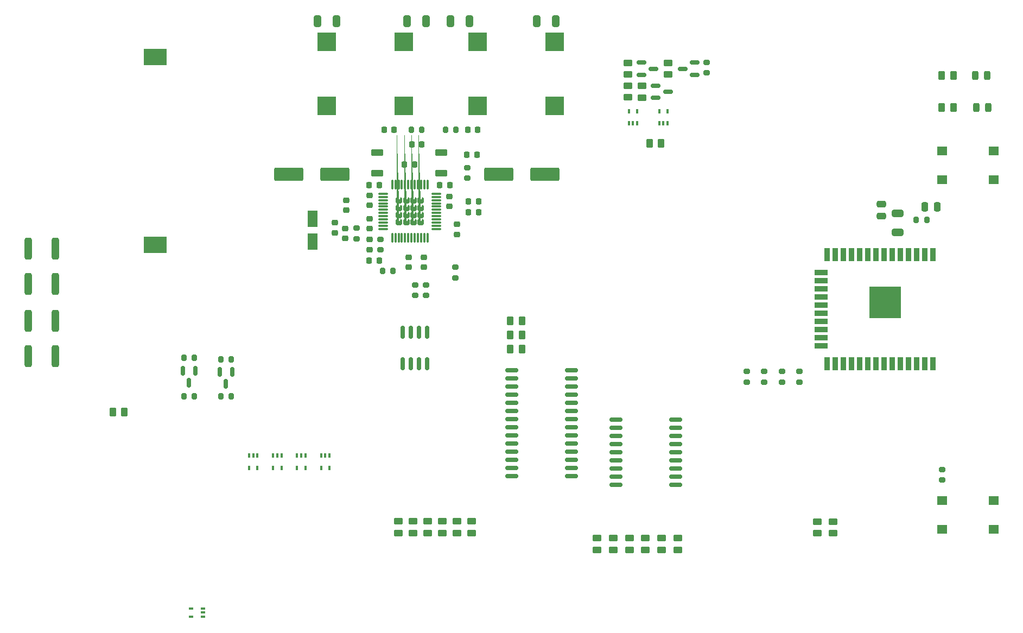
<source format=gbr>
%TF.GenerationSoftware,KiCad,Pcbnew,6.0.9-8da3e8f707~117~ubuntu20.04.1*%
%TF.CreationDate,2022-12-14T18:19:00+01:00*%
%TF.ProjectId,anna_elsa_esp32_cpu,616e6e61-5f65-46c7-9361-5f6573703332,rev?*%
%TF.SameCoordinates,Original*%
%TF.FileFunction,Paste,Top*%
%TF.FilePolarity,Positive*%
%FSLAX46Y46*%
G04 Gerber Fmt 4.6, Leading zero omitted, Abs format (unit mm)*
G04 Created by KiCad (PCBNEW 6.0.9-8da3e8f707~117~ubuntu20.04.1) date 2022-12-14 18:19:00*
%MOMM*%
%LPD*%
G01*
G04 APERTURE LIST*
G04 Aperture macros list*
%AMRoundRect*
0 Rectangle with rounded corners*
0 $1 Rounding radius*
0 $2 $3 $4 $5 $6 $7 $8 $9 X,Y pos of 4 corners*
0 Add a 4 corners polygon primitive as box body*
4,1,4,$2,$3,$4,$5,$6,$7,$8,$9,$2,$3,0*
0 Add four circle primitives for the rounded corners*
1,1,$1+$1,$2,$3*
1,1,$1+$1,$4,$5*
1,1,$1+$1,$6,$7*
1,1,$1+$1,$8,$9*
0 Add four rect primitives between the rounded corners*
20,1,$1+$1,$2,$3,$4,$5,0*
20,1,$1+$1,$4,$5,$6,$7,0*
20,1,$1+$1,$6,$7,$8,$9,0*
20,1,$1+$1,$8,$9,$2,$3,0*%
%AMFreePoly0*
4,1,57,0.310398,0.500898,0.314705,0.501203,0.317021,0.499938,0.323018,0.499068,0.347252,0.483421,0.372568,0.469589,0.469589,0.372568,0.482067,0.355857,0.485330,0.353026,0.486073,0.350492,0.489698,0.345638,0.495769,0.317441,0.503891,0.289756,0.503891,-0.289756,0.500898,-0.310398,0.501203,-0.314705,0.499938,-0.317021,0.499068,-0.323018,0.483421,-0.347252,0.469589,-0.372568,
0.372568,-0.469589,0.355856,-0.482069,0.353026,-0.485330,0.350494,-0.486073,0.345638,-0.489699,0.317434,-0.495771,0.289756,-0.503891,-0.289756,-0.503891,-0.310398,-0.500898,-0.314705,-0.501203,-0.317021,-0.499938,-0.323018,-0.499068,-0.347252,-0.483421,-0.372568,-0.469589,-0.469589,-0.372568,-0.482069,-0.355856,-0.485330,-0.353026,-0.486073,-0.350494,-0.489699,-0.345638,-0.495771,-0.317434,
-0.503891,-0.289756,-0.503891,0.289756,-0.500898,0.310398,-0.501203,0.314705,-0.499938,0.317021,-0.499068,0.323018,-0.483421,0.347252,-0.469589,0.372568,-0.372568,0.469589,-0.355857,0.482067,-0.353026,0.485330,-0.350492,0.486073,-0.345638,0.489698,-0.317441,0.495769,-0.289756,0.503891,0.289756,0.503891,0.310398,0.500898,0.310398,0.500898,$1*%
G04 Aperture macros list end*
%ADD10R,0.400000X0.650000*%
%ADD11R,0.650000X0.400000*%
%ADD12RoundRect,0.243750X0.243750X0.456250X-0.243750X0.456250X-0.243750X-0.456250X0.243750X-0.456250X0*%
%ADD13RoundRect,0.250000X0.450000X-0.262500X0.450000X0.262500X-0.450000X0.262500X-0.450000X-0.262500X0*%
%ADD14R,3.600000X2.600000*%
%ADD15R,1.600000X1.400000*%
%ADD16R,0.900000X2.000000*%
%ADD17R,2.000000X0.900000*%
%ADD18R,5.000000X5.000000*%
%ADD19RoundRect,0.150000X-0.875000X-0.150000X0.875000X-0.150000X0.875000X0.150000X-0.875000X0.150000X0*%
%ADD20RoundRect,0.150000X0.875000X0.150000X-0.875000X0.150000X-0.875000X-0.150000X0.875000X-0.150000X0*%
%ADD21RoundRect,0.150000X-0.150000X0.825000X-0.150000X-0.825000X0.150000X-0.825000X0.150000X0.825000X0*%
%ADD22RoundRect,0.250000X-0.262500X-0.450000X0.262500X-0.450000X0.262500X0.450000X-0.262500X0.450000X0*%
%ADD23RoundRect,0.250000X0.262500X0.450000X-0.262500X0.450000X-0.262500X-0.450000X0.262500X-0.450000X0*%
%ADD24RoundRect,0.200000X0.200000X0.275000X-0.200000X0.275000X-0.200000X-0.275000X0.200000X-0.275000X0*%
%ADD25RoundRect,0.250000X-0.250000X-0.475000X0.250000X-0.475000X0.250000X0.475000X-0.250000X0.475000X0*%
%ADD26RoundRect,0.250000X-0.475000X0.250000X-0.475000X-0.250000X0.475000X-0.250000X0.475000X0.250000X0*%
%ADD27RoundRect,0.250000X-0.650000X0.325000X-0.650000X-0.325000X0.650000X-0.325000X0.650000X0.325000X0*%
%ADD28RoundRect,0.200000X-0.200000X-0.275000X0.200000X-0.275000X0.200000X0.275000X-0.200000X0.275000X0*%
%ADD29RoundRect,0.225000X-0.250000X0.225000X-0.250000X-0.225000X0.250000X-0.225000X0.250000X0.225000X0*%
%ADD30RoundRect,0.150000X-0.587500X-0.150000X0.587500X-0.150000X0.587500X0.150000X-0.587500X0.150000X0*%
%ADD31RoundRect,0.200000X-0.275000X0.200000X-0.275000X-0.200000X0.275000X-0.200000X0.275000X0.200000X0*%
%ADD32RoundRect,0.150000X0.587500X0.150000X-0.587500X0.150000X-0.587500X-0.150000X0.587500X-0.150000X0*%
%ADD33RoundRect,0.225000X-0.225000X-0.250000X0.225000X-0.250000X0.225000X0.250000X-0.225000X0.250000X0*%
%ADD34RoundRect,0.225000X0.250000X-0.225000X0.250000X0.225000X-0.250000X0.225000X-0.250000X-0.225000X0*%
%ADD35RoundRect,0.250000X-0.312500X-1.450000X0.312500X-1.450000X0.312500X1.450000X-0.312500X1.450000X0*%
%ADD36RoundRect,0.250000X0.325000X0.650000X-0.325000X0.650000X-0.325000X-0.650000X0.325000X-0.650000X0*%
%ADD37RoundRect,0.250000X-0.325000X-0.650000X0.325000X-0.650000X0.325000X0.650000X-0.325000X0.650000X0*%
%ADD38RoundRect,0.150000X-0.150000X0.587500X-0.150000X-0.587500X0.150000X-0.587500X0.150000X0.587500X0*%
%ADD39RoundRect,0.225000X0.225000X0.250000X-0.225000X0.250000X-0.225000X-0.250000X0.225000X-0.250000X0*%
%ADD40R,3.000000X3.000000*%
%ADD41RoundRect,0.200000X0.275000X-0.200000X0.275000X0.200000X-0.275000X0.200000X-0.275000X-0.200000X0*%
%ADD42RoundRect,0.250001X1.999999X0.799999X-1.999999X0.799999X-1.999999X-0.799999X1.999999X-0.799999X0*%
%ADD43RoundRect,0.250001X-1.999999X-0.799999X1.999999X-0.799999X1.999999X0.799999X-1.999999X0.799999X0*%
%ADD44RoundRect,0.250000X0.550000X-1.050000X0.550000X1.050000X-0.550000X1.050000X-0.550000X-1.050000X0*%
%ADD45RoundRect,0.250000X-0.700000X0.275000X-0.700000X-0.275000X0.700000X-0.275000X0.700000X0.275000X0*%
%ADD46FreePoly0,0.000000*%
%ADD47RoundRect,0.075000X-0.662500X-0.075000X0.662500X-0.075000X0.662500X0.075000X-0.662500X0.075000X0*%
%ADD48RoundRect,0.075000X-0.075000X-0.662500X0.075000X-0.662500X0.075000X0.662500X-0.075000X0.662500X0*%
G04 APERTURE END LIST*
D10*
%TO.C,U11*%
X97400000Y-97550000D03*
X96750000Y-97550000D03*
X96100000Y-97550000D03*
X96100000Y-99450000D03*
X97400000Y-99450000D03*
%TD*%
%TO.C,U10*%
X104900000Y-97550000D03*
X104250000Y-97550000D03*
X103600000Y-97550000D03*
X103600000Y-99450000D03*
X104900000Y-99450000D03*
%TD*%
D11*
%TO.C,U9*%
X88950000Y-122650000D03*
X88950000Y-122000000D03*
X88950000Y-121350000D03*
X87050000Y-121350000D03*
X87050000Y-122650000D03*
%TD*%
D10*
%TO.C,U7*%
X101150000Y-97550000D03*
X100500000Y-97550000D03*
X99850000Y-97550000D03*
X99850000Y-99450000D03*
X101150000Y-99450000D03*
%TD*%
%TO.C,U6*%
X108650000Y-97550000D03*
X108000000Y-97550000D03*
X107350000Y-97550000D03*
X107350000Y-99450000D03*
X108650000Y-99450000D03*
%TD*%
%TO.C,U5*%
X155350000Y-45700000D03*
X156000000Y-45700000D03*
X156650000Y-45700000D03*
X156650000Y-43800000D03*
X155350000Y-43800000D03*
%TD*%
%TO.C,U2*%
X160100000Y-45700000D03*
X160750000Y-45700000D03*
X161400000Y-45700000D03*
X161400000Y-43800000D03*
X160100000Y-43800000D03*
%TD*%
D12*
%TO.C,D2*%
X211280500Y-38250000D03*
X209405500Y-38250000D03*
%TD*%
D13*
%TO.C,R16*%
X184750000Y-109662500D03*
X184750000Y-107837500D03*
%TD*%
D14*
%TO.C,BT1*%
X81500000Y-64650000D03*
X81500000Y-35350000D03*
%TD*%
D15*
%TO.C,SW1*%
X204250000Y-50000000D03*
X212250000Y-50000000D03*
X204250000Y-54500000D03*
X212250000Y-54500000D03*
%TD*%
D16*
%TO.C,U1*%
X202819000Y-66176000D03*
X201549000Y-66176000D03*
X200279000Y-66176000D03*
X199009000Y-66176000D03*
X197739000Y-66176000D03*
X196469000Y-66176000D03*
X195199000Y-66176000D03*
X193929000Y-66176000D03*
X192659000Y-66176000D03*
X191389000Y-66176000D03*
X190119000Y-66176000D03*
X188849000Y-66176000D03*
X187579000Y-66176000D03*
X186309000Y-66176000D03*
D17*
X185309000Y-68961000D03*
X185309000Y-70231000D03*
X185309000Y-71501000D03*
X185309000Y-72771000D03*
X185309000Y-74041000D03*
X185309000Y-75311000D03*
X185309000Y-76581000D03*
X185309000Y-77851000D03*
X185309000Y-79121000D03*
X185309000Y-80391000D03*
D16*
X186309000Y-83176000D03*
X187579000Y-83176000D03*
X188849000Y-83176000D03*
X190119000Y-83176000D03*
X191389000Y-83176000D03*
X192659000Y-83176000D03*
X193929000Y-83176000D03*
X195199000Y-83176000D03*
X196469000Y-83176000D03*
X197739000Y-83176000D03*
X199009000Y-83176000D03*
X200279000Y-83176000D03*
X201549000Y-83176000D03*
X202819000Y-83176000D03*
D18*
X195319000Y-73676000D03*
%TD*%
D13*
%TO.C,R15*%
X187250000Y-109662500D03*
X187250000Y-107837500D03*
%TD*%
%TO.C,R13*%
X128524000Y-109624500D03*
X128524000Y-107799500D03*
%TD*%
%TO.C,R14*%
X130810000Y-109624500D03*
X130810000Y-107799500D03*
%TD*%
%TO.C,R24*%
X162993000Y-112250000D03*
X162993000Y-110425000D03*
%TD*%
%TO.C,R22*%
X157913000Y-112250000D03*
X157913000Y-110425000D03*
%TD*%
D19*
%TO.C,Q3*%
X153350000Y-91920000D03*
X153350000Y-93190000D03*
X153350000Y-94460000D03*
X153350000Y-95730000D03*
X153350000Y-97000000D03*
X153350000Y-98270000D03*
X153350000Y-99540000D03*
X153350000Y-100810000D03*
X153350000Y-102080000D03*
X162650000Y-102080000D03*
X162650000Y-100810000D03*
X162650000Y-99540000D03*
X162650000Y-98270000D03*
X162650000Y-97000000D03*
X162650000Y-95730000D03*
X162650000Y-94460000D03*
X162650000Y-93190000D03*
X162650000Y-91920000D03*
%TD*%
D13*
%TO.C,R21*%
X155500000Y-112250000D03*
X155500000Y-110425000D03*
%TD*%
%TO.C,R9*%
X119380000Y-109624500D03*
X119380000Y-107799500D03*
%TD*%
%TO.C,R20*%
X152960000Y-112250000D03*
X152960000Y-110425000D03*
%TD*%
%TO.C,R11*%
X123952000Y-109624500D03*
X123952000Y-107799500D03*
%TD*%
%TO.C,R19*%
X150420000Y-112250000D03*
X150420000Y-110425000D03*
%TD*%
%TO.C,R12*%
X126238000Y-109624500D03*
X126238000Y-107799500D03*
%TD*%
%TO.C,R23*%
X160453000Y-112250000D03*
X160453000Y-110425000D03*
%TD*%
D20*
%TO.C,U8*%
X146400000Y-100755000D03*
X146400000Y-99485000D03*
X146400000Y-98215000D03*
X146400000Y-96945000D03*
X146400000Y-95675000D03*
X146400000Y-94405000D03*
X146400000Y-93135000D03*
X146400000Y-91865000D03*
X146400000Y-90595000D03*
X146400000Y-89325000D03*
X146400000Y-88055000D03*
X146400000Y-86785000D03*
X146400000Y-85515000D03*
X146400000Y-84245000D03*
X137100000Y-84245000D03*
X137100000Y-85515000D03*
X137100000Y-86785000D03*
X137100000Y-88055000D03*
X137100000Y-89325000D03*
X137100000Y-90595000D03*
X137100000Y-91865000D03*
X137100000Y-93135000D03*
X137100000Y-94405000D03*
X137100000Y-95675000D03*
X137100000Y-96945000D03*
X137100000Y-98215000D03*
X137100000Y-99485000D03*
X137100000Y-100755000D03*
%TD*%
D13*
%TO.C,R10*%
X121666000Y-109624500D03*
X121666000Y-107799500D03*
%TD*%
D21*
%TO.C,U4*%
X123905000Y-78275000D03*
X122635000Y-78275000D03*
X121365000Y-78275000D03*
X120095000Y-78275000D03*
X120095000Y-83225000D03*
X121365000Y-83225000D03*
X122635000Y-83225000D03*
X123905000Y-83225000D03*
%TD*%
D22*
%TO.C,R31*%
X204175000Y-38250000D03*
X206000000Y-38250000D03*
%TD*%
D23*
%TO.C,R2*%
X138662500Y-80920000D03*
X136837500Y-80920000D03*
%TD*%
%TO.C,R18*%
X138662500Y-78750000D03*
X136837500Y-78750000D03*
%TD*%
%TO.C,R27*%
X138662500Y-76500000D03*
X136837500Y-76500000D03*
%TD*%
D24*
%TO.C,R25*%
X201825000Y-60750000D03*
X200175000Y-60750000D03*
%TD*%
D25*
%TO.C,C21*%
X201550000Y-58750000D03*
X203450000Y-58750000D03*
%TD*%
D26*
%TO.C,C23*%
X194750000Y-58300000D03*
X194750000Y-60200000D03*
%TD*%
D27*
%TO.C,C22*%
X197250000Y-59775000D03*
X197250000Y-62725000D03*
%TD*%
D28*
%TO.C,R36*%
X91675000Y-88250000D03*
X93325000Y-88250000D03*
%TD*%
D29*
%TO.C,C7*%
X123375000Y-66600000D03*
X123375000Y-68150000D03*
%TD*%
D30*
%TO.C,Q1*%
X157312500Y-36250000D03*
X157312500Y-38150000D03*
X159187500Y-37200000D03*
%TD*%
D31*
%TO.C,R35*%
X123750000Y-70925000D03*
X123750000Y-72575000D03*
%TD*%
D32*
%TO.C,D3*%
X165625000Y-38150000D03*
X165625000Y-36250000D03*
X163750000Y-37200000D03*
%TD*%
D33*
%TO.C,C14*%
X117200000Y-46750000D03*
X118750000Y-46750000D03*
%TD*%
D34*
%TO.C,C26*%
X114875000Y-62150000D03*
X114875000Y-60600000D03*
%TD*%
D35*
%TO.C,F1*%
X61612500Y-82000000D03*
X65887500Y-82000000D03*
%TD*%
D36*
%TO.C,C16*%
X123725000Y-29750000D03*
X120775000Y-29750000D03*
%TD*%
D13*
%TO.C,R7*%
X157437500Y-41712500D03*
X157437500Y-39887500D03*
%TD*%
D30*
%TO.C,Q2*%
X159562500Y-39850000D03*
X159562500Y-41750000D03*
X161437500Y-40800000D03*
%TD*%
D15*
%TO.C,SW2*%
X212250000Y-104500000D03*
X204250000Y-104500000D03*
X212250000Y-109000000D03*
X204250000Y-109000000D03*
%TD*%
D24*
%TO.C,R32*%
X93325000Y-82500000D03*
X91675000Y-82500000D03*
%TD*%
D37*
%TO.C,C11*%
X106775000Y-29750000D03*
X109725000Y-29750000D03*
%TD*%
D38*
%TO.C,Q7*%
X87700000Y-84312500D03*
X85800000Y-84312500D03*
X86750000Y-86187500D03*
%TD*%
D28*
%TO.C,R37*%
X121425000Y-46750000D03*
X123075000Y-46750000D03*
%TD*%
D35*
%TO.C,F2*%
X61612500Y-76500000D03*
X65887500Y-76500000D03*
%TD*%
%TO.C,F3*%
X61612500Y-65250000D03*
X65887500Y-65250000D03*
%TD*%
%TO.C,F4*%
X61612500Y-70750000D03*
X65887500Y-70750000D03*
%TD*%
D24*
%TO.C,R41*%
X87575000Y-88250000D03*
X85925000Y-88250000D03*
%TD*%
D39*
%TO.C,C18*%
X131650000Y-50625000D03*
X130100000Y-50625000D03*
%TD*%
D40*
%TO.C,L4*%
X143750000Y-43000000D03*
X143750000Y-33000000D03*
%TD*%
D22*
%TO.C,R5*%
X158587500Y-48800000D03*
X160412500Y-48800000D03*
%TD*%
D41*
%TO.C,R45*%
X128250000Y-69825000D03*
X128250000Y-68175000D03*
%TD*%
D42*
%TO.C,C29*%
X109475000Y-53625000D03*
X102275000Y-53625000D03*
%TD*%
D34*
%TO.C,C4*%
X127375000Y-58650000D03*
X127375000Y-57100000D03*
%TD*%
D37*
%TO.C,C17*%
X127525000Y-29750000D03*
X130475000Y-29750000D03*
%TD*%
D43*
%TO.C,C30*%
X135025000Y-53625000D03*
X142225000Y-53625000D03*
%TD*%
D34*
%TO.C,C27*%
X114875000Y-65400000D03*
X114875000Y-63850000D03*
%TD*%
D44*
%TO.C,C6*%
X106000000Y-64175000D03*
X106000000Y-60575000D03*
%TD*%
D31*
%TO.C,R42*%
X130125000Y-52625000D03*
X130125000Y-54275000D03*
%TD*%
D29*
%TO.C,C24*%
X111250000Y-57725000D03*
X111250000Y-59275000D03*
%TD*%
D22*
%TO.C,R40*%
X204177500Y-43250000D03*
X206002500Y-43250000D03*
%TD*%
D41*
%TO.C,R3*%
X167500000Y-37825000D03*
X167500000Y-36175000D03*
%TD*%
D45*
%TO.C,FB1*%
X116125000Y-50300000D03*
X116125000Y-53450000D03*
%TD*%
D38*
%TO.C,Q4*%
X93450000Y-84500000D03*
X91550000Y-84500000D03*
X92500000Y-86375000D03*
%TD*%
D29*
%TO.C,C5*%
X121000000Y-66600000D03*
X121000000Y-68150000D03*
%TD*%
D31*
%TO.C,R33*%
X179250000Y-84425000D03*
X179250000Y-86075000D03*
%TD*%
D22*
%TO.C,R1*%
X74837500Y-90750000D03*
X76662500Y-90750000D03*
%TD*%
D46*
%TO.C,U3*%
X119500000Y-57750000D03*
X120625000Y-60000000D03*
X122875000Y-60000000D03*
X119500000Y-61125000D03*
X119500000Y-58875000D03*
X121750000Y-57750000D03*
X122875000Y-61125000D03*
X121750000Y-61125000D03*
X120625000Y-57750000D03*
X120625000Y-58875000D03*
X122875000Y-57750000D03*
X121750000Y-60000000D03*
X120625000Y-61125000D03*
X122875000Y-58875000D03*
X121750000Y-58875000D03*
X119500000Y-60000000D03*
D47*
X117025000Y-56687500D03*
X117025000Y-57187500D03*
X117025000Y-57687500D03*
X117025000Y-58187500D03*
X117025000Y-58687500D03*
X117025000Y-59187500D03*
X117025000Y-59687500D03*
X117025000Y-60187500D03*
X117025000Y-60687500D03*
X117025000Y-61187500D03*
X117025000Y-61687500D03*
X117025000Y-62187500D03*
D48*
X118437500Y-63600000D03*
X118937500Y-63600000D03*
X119437500Y-63600000D03*
X119937500Y-63600000D03*
X120437500Y-63600000D03*
X120937500Y-63600000D03*
X121437500Y-63600000D03*
X121937500Y-63600000D03*
X122437500Y-63600000D03*
X122937500Y-63600000D03*
X123437500Y-63600000D03*
X123937500Y-63600000D03*
D47*
X125350000Y-62187500D03*
X125350000Y-61687500D03*
X125350000Y-61187500D03*
X125350000Y-60687500D03*
X125350000Y-60187500D03*
X125350000Y-59687500D03*
X125350000Y-59187500D03*
X125350000Y-58687500D03*
X125350000Y-58187500D03*
X125350000Y-57687500D03*
X125350000Y-57187500D03*
X125350000Y-56687500D03*
D48*
X123937500Y-55275000D03*
X123437500Y-55275000D03*
X122937500Y-55275000D03*
X122437500Y-55275000D03*
X121937500Y-55275000D03*
X121437500Y-55275000D03*
X120937500Y-55275000D03*
X120437500Y-55275000D03*
X119937500Y-55275000D03*
X119437500Y-55275000D03*
X118937500Y-55275000D03*
X118437500Y-55275000D03*
%TD*%
D31*
%TO.C,R26*%
X176500000Y-84425000D03*
X176500000Y-86075000D03*
%TD*%
%TO.C,R34*%
X182000000Y-84425000D03*
X182000000Y-86075000D03*
%TD*%
D29*
%TO.C,C10*%
X114875000Y-56975000D03*
X114875000Y-58525000D03*
%TD*%
D34*
%TO.C,C28*%
X111125000Y-63675000D03*
X111125000Y-62125000D03*
%TD*%
D33*
%TO.C,C3*%
X130350000Y-57875000D03*
X131900000Y-57875000D03*
%TD*%
D24*
%TO.C,R39*%
X128400000Y-46750000D03*
X126750000Y-46750000D03*
%TD*%
D13*
%TO.C,R4*%
X155187500Y-38112500D03*
X155187500Y-36287500D03*
%TD*%
D24*
%TO.C,R29*%
X118575000Y-68750000D03*
X116925000Y-68750000D03*
%TD*%
%TO.C,R38*%
X87575000Y-82250000D03*
X85925000Y-82250000D03*
%TD*%
D34*
%TO.C,C8*%
X109500000Y-62775000D03*
X109500000Y-61225000D03*
%TD*%
D41*
%TO.C,R30*%
X122000000Y-72575000D03*
X122000000Y-70925000D03*
%TD*%
D12*
%TO.C,D4*%
X211437500Y-43205000D03*
X209562500Y-43205000D03*
%TD*%
D39*
%TO.C,C15*%
X131775000Y-46750000D03*
X130225000Y-46750000D03*
%TD*%
D41*
%TO.C,R43*%
X116625000Y-65450000D03*
X116625000Y-63800000D03*
%TD*%
D39*
%TO.C,C1*%
X116400000Y-55375000D03*
X114850000Y-55375000D03*
%TD*%
D40*
%TO.C,L1*%
X108250000Y-43000000D03*
X108250000Y-33000000D03*
%TD*%
D39*
%TO.C,C25*%
X116400000Y-67125000D03*
X114850000Y-67125000D03*
%TD*%
D40*
%TO.C,L2*%
X120250000Y-43000000D03*
X120250000Y-33000000D03*
%TD*%
D33*
%TO.C,C2*%
X130350000Y-59625000D03*
X131900000Y-59625000D03*
%TD*%
D40*
%TO.C,L3*%
X131750000Y-43000000D03*
X131750000Y-33000000D03*
%TD*%
D13*
%TO.C,R8*%
X155250000Y-41662500D03*
X155250000Y-39837500D03*
%TD*%
D33*
%TO.C,C12*%
X121475000Y-49000000D03*
X123025000Y-49000000D03*
%TD*%
D39*
%TO.C,C19*%
X127400000Y-55375000D03*
X125850000Y-55375000D03*
%TD*%
D45*
%TO.C,FB2*%
X126125000Y-50300000D03*
X126125000Y-53450000D03*
%TD*%
D41*
%TO.C,R44*%
X112875000Y-63700000D03*
X112875000Y-62050000D03*
%TD*%
D36*
%TO.C,C20*%
X143975000Y-29750000D03*
X141025000Y-29750000D03*
%TD*%
D31*
%TO.C,R17*%
X204250000Y-99675000D03*
X204250000Y-101325000D03*
%TD*%
%TO.C,R28*%
X173750000Y-84425000D03*
X173750000Y-86075000D03*
%TD*%
D29*
%TO.C,C9*%
X128500000Y-61475000D03*
X128500000Y-63025000D03*
%TD*%
D13*
%TO.C,R6*%
X161500000Y-38112500D03*
X161500000Y-36287500D03*
%TD*%
D33*
%TO.C,C13*%
X120350000Y-52125000D03*
X121900000Y-52125000D03*
%TD*%
M02*

</source>
